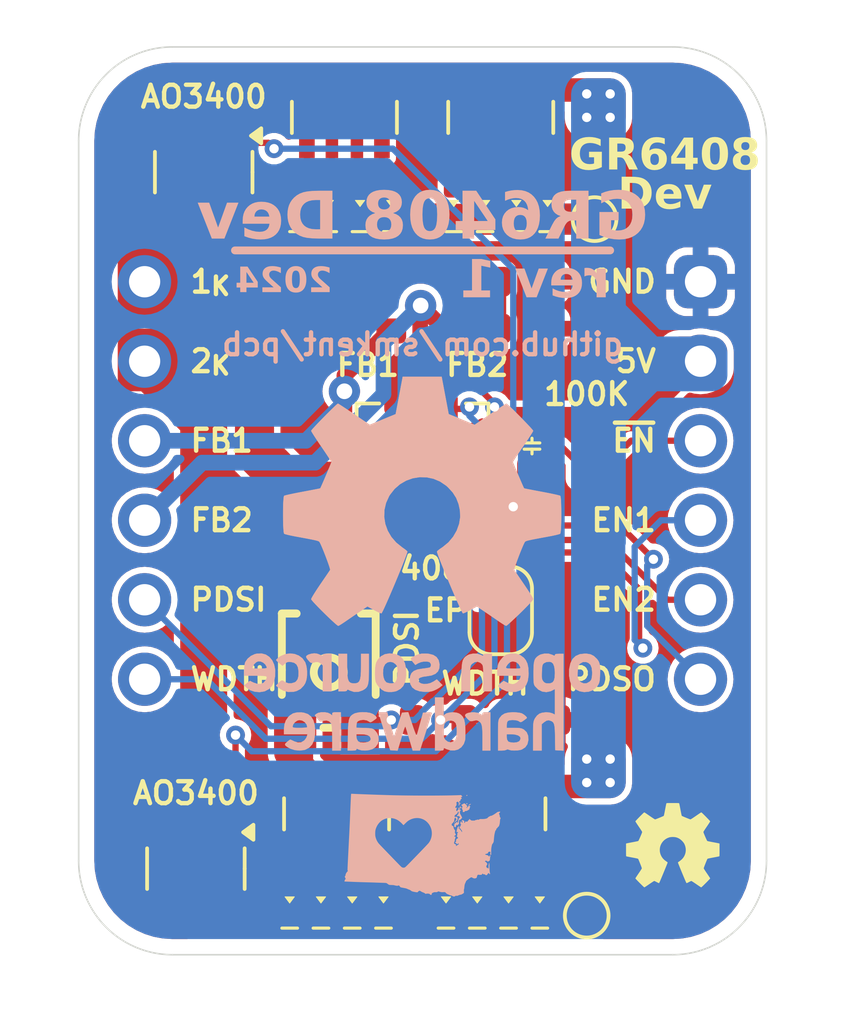
<source format=kicad_pcb>
(kicad_pcb (version 20240108) (generator "pcbnew") (generator_version "8.0")
  (layers (0 "F.Cu" signal) (31 "B.Cu" signal) (34 "B.Paste" user) (35 "F.Paste" user) (36 "B.SilkS" user "B.Silkscreen") (37 "F.SilkS" user "F.Silkscreen") (38 "B.Mask" user) (39 "F.Mask" user) (44 "Edge.Cuts" user))
  (net 0 "")
  (net 1 "+5V")
  (net 2 "GND")
  (net 3 "EN2")
  (net 4 "PDSO")
  (net 5 "EN1")
  (net 6 "ONBOARD_LED_EN")
  (net 7 "FB2")
  (net 8 "FB1")
  (net 9 "LED2_K")
  (net 10 "WIDTH")
  (net 11 "PDSI")
  (net 12 "LED1_K")
  (net 13 "Net-(JP1-B)")
  (net 14 "Net-(LED1-A)")
  (net 15 "Net-(LED2-A)")
  (net 16 "Net-(LED3-A)")
  (net 17 "Net-(LED4-A)")
  (net 18 "Net-(LED5-A)")
  (net 19 "Net-(LED6-A)")
  (net 20 "Net-(LED7-A)")
  (net 21 "Net-(LED8-A)")
  (net 22 "Net-(LED9-A)")
  (net 23 "Net-(LED10-A)")
  (net 24 "Net-(LED11-A)")
  (net 25 "Net-(LED12-A)")
  (net 26 "Net-(LED13-A)")
  (net 27 "Net-(LED14-A)")
  (net 28 "Net-(LED15-A)")
  (net 29 "Net-(LED16-A)")
  (net 30 "Net-(R1-Pad2)")
  (net 31 "Net-(R4-Pad2)")
  (net 38 "/LED1_K_PRE")
  (net 39 "/LED2_K_PRE")
  (footprint "custom:R_0603_1608Metric_simple" (layer "F.Cu") (at 125.25 65.25 -90)
    (property "Reference" "R7" (hide yes))
    (property "Value" "100K")
    (pad "1" smd roundrect (at -0.825 0 270) (size 0.8 0.95) (layers "F.Cu" "F.Paste" "F.Mask") (net 1 "+5V"))
    (pad "2" smd roundrect (at 0.825 0 270) (size 0.8 0.95) (layers "F.Cu" "F.Paste" "F.Mask") (net 6 "ONBOARD_LED_EN"))
  )
  (footprint "Resistor_SMD:R_Array_Convex_4x0603" (layer "F.Cu") (at 122.25 77 90)
    (property "Reference" "RN4" (hide yes))
    (property "Value" "1K")
    (pad "1" smd rect (at -0.9 -1.2 90) (size 0.8 0.5) (layers "F.Cu" "F.Paste" "F.Mask") (net 26 "Net-(LED13-A)"))
    (pad "2" smd rect (at -0.9 -0.4 90) (size 0.8 0.4) (layers "F.Cu" "F.Paste" "F.Mask") (net 27 "Net-(LED14-A)"))
    (pad "3" smd rect (at -0.9 0.4 90) (size 0.8 0.4) (layers "F.Cu" "F.Paste" "F.Mask") (net 28 "Net-(LED15-A)"))
    (pad "4" smd rect (at -0.9 1.2 90) (size 0.8 0.5) (layers "F.Cu" "F.Paste" "F.Mask") (net 29 "Net-(LED16-A)"))
    (pad "5" smd rect (at 0.9 1.2 90) (size 0.8 0.5) (layers "F.Cu" "F.Paste" "F.Mask") (net 1 "+5V"))
    (pad "6" smd rect (at 0.9 0.4 90) (size 0.8 0.4) (layers "F.Cu" "F.Paste" "F.Mask") (net 1 "+5V"))
    (pad "7" smd rect (at 0.9 -0.4 90) (size 0.8 0.4) (layers "F.Cu" "F.Paste" "F.Mask") (net 1 "+5V"))
    (pad "8" smd rect (at 0.9 -1.2 90) (size 0.8 0.5) (layers "F.Cu" "F.Paste" "F.Mask") (net 1 "+5V"))
  )
  (footprint "Resistor_SMD:R_Array_Convex_4x0603" (layer "F.Cu") (at 122.5 54.75 90)
    (property "Reference" "RN2" (hide yes))
    (property "Value" "1K")
    (pad "1" smd rect (at -0.9 -1.2 90) (size 0.8 0.5) (layers "F.Cu" "F.Paste" "F.Mask") (net 18 "Net-(LED5-A)"))
    (pad "2" smd rect (at -0.9 -0.4 90) (size 0.8 0.4) (layers "F.Cu" "F.Paste" "F.Mask") (net 19 "Net-(LED6-A)"))
    (pad "3" smd rect (at -0.9 0.4 90) (size 0.8 0.4) (layers "F.Cu" "F.Paste" "F.Mask") (net 20 "Net-(LED7-A)"))
    (pad "4" smd rect (at -0.9 1.2 90) (size 0.8 0.5) (layers "F.Cu" "F.Paste" "F.Mask") (net 21 "Net-(LED8-A)"))
    (pad "5" smd rect (at 0.9 1.2 90) (size 0.8 0.5) (layers "F.Cu" "F.Paste" "F.Mask") (net 1 "+5V"))
    (pad "6" smd rect (at 0.9 0.4 90) (size 0.8 0.4) (layers "F.Cu" "F.Paste" "F.Mask") (net 1 "+5V"))
    (pad "7" smd rect (at 0.9 -0.4 90) (size 0.8 0.4) (layers "F.Cu" "F.Paste" "F.Mask") (net 1 "+5V"))
    (pad "8" smd rect (at 0.9 -1.2 90) (size 0.8 0.5) (layers "F.Cu" "F.Paste" "F.Mask") (net 1 "+5V"))
  )
  (footprint "lcsc:RES-ADJ-SMD_VG039NCH" (layer "F.Cu") (at 117 72.5 -90)
    (property "Reference" "RV1" (hide yes))
    (property "Value" "500K")
    (pad "1" smd rect (at 1.65 1) (size 1.2 1.5) (layers "F.Cu" "F.Paste" "F.Mask") (net 1 "+5V"))
    (pad "2" smd rect (at -1.65 0) (size 1.6 1.6) (layers "F.Cu" "F.Paste" "F.Mask"))
    (pad "3" smd rect (at 1.65 -1) (size 1.2 1.5) (layers "F.Cu" "F.Paste" "F.Mask") (net 11 "PDSI"))
  )
  (footprint "custom:R_0603_1608Metric_simple" (layer "F.Cu") (at 116.75 60 180)
    (property "Reference" "R3" (hide yes))
    (property "Value" "1R")
    (pad "1" smd roundrect (at -0.825 0 180) (size 0.8 0.95) (layers "F.Cu" "F.Paste" "F.Mask") (net 30 "Net-(R1-Pad2)"))
    (pad "2" smd roundrect (at 0.825 0 180) (size 0.8 0.95) (layers "F.Cu" "F.Paste" "F.Mask") (net 2 "GND"))
  )
  (footprint "custom:R_0603_1608Metric_simple" (layer "F.Cu") (at 123.25 60)
    (property "Reference" "R6" (hide yes))
    (property "Value" "1R")
    (pad "1" smd roundrect (at -0.825 0) (size 0.8 0.95) (layers "F.Cu" "F.Paste" "F.Mask") (net 31 "Net-(R4-Pad2)"))
    (pad "2" smd roundrect (at 0.825 0) (size 0.8 0.95) (layers "F.Cu" "F.Paste" "F.Mask") (net 2 "GND"))
  )
  (footprint "custom:LED_0402_1005Metric" (layer "F.Cu") (at 116 57.5 90)
    (property "Reference" "LED1" (hide yes))
    (property "Value" "LED_Small")
    (pad "1" smd roundrect (at -0.485 0 90) (size 0.59 0.64) (layers "F.Cu" "F.Paste" "F.Mask") (net 38 "/LED1_K_PRE"))
    (pad "2" smd roundrect (at 0.485 0 90) (size 0.59 0.64) (layers "F.Cu" "F.Paste" "F.Mask") (net 14 "Net-(LED1-A)"))
  )
  (footprint "Package_TO_SOT_SMD:SOT-23" (layer "F.Cu") (at 113 56.5 -90)
    (property "Reference" "Q1" (hide yes))
    (property "Value" "AO3400A")
    (pad "1" smd roundrect (at -0.9375 -0.95 270) (size 1.475 0.6) (layers "F.Cu" "F.Paste" "F.Mask") (net 6 "ONBOARD_LED_EN"))
    (pad "2" smd roundrect (at -0.9375 0.95 270) (size 1.475 0.6) (layers "F.Cu" "F.Paste" "F.Mask") (net 12 "LED1_K"))
    (pad "3" smd roundrect (at 0.9375 0 270) (size 1.475 0.6) (layers "F.Cu" "F.Paste" "F.Mask") (net 38 "/LED1_K_PRE"))
  )
  (footprint "custom:LED_0402_1005Metric" (layer "F.Cu") (at 123.75 79.75 90)
    (property "Reference" "LED16" (hide yes))
    (property "Value" "LED_Small")
    (pad "1" smd roundrect (at -0.485 0 90) (size 0.59 0.64) (layers "F.Cu" "F.Paste" "F.Mask") (net 39 "/LED2_K_PRE"))
    (pad "2" smd roundrect (at 0.485 0 90) (size 0.59 0.64) (layers "F.Cu" "F.Paste" "F.Mask") (net 29 "Net-(LED16-A)"))
  )
  (footprint "TestPoint:TestPoint_Pad_D1.0mm" (layer "F.Cu") (at 125.5 58)
    (property "Reference" "TP1" (hide yes))
    (property "Value" "TestPoint")
    (pad "1" smd circle (at 0 0) (size 1 1) (layers "F.Cu" "F.Mask") (net 38 "/LED1_K_PRE"))
  )
  (footprint "custom:LED_0402_1005Metric" (layer "F.Cu") (at 116.75 79.75 90)
    (property "Reference" "LED10" (hide yes))
    (property "Value" "LED_Small")
    (pad "1" smd roundrect (at -0.485 0 90) (size 0.59 0.64) (layers "F.Cu" "F.Paste" "F.Mask") (net 39 "/LED2_K_PRE"))
    (pad "2" smd roundrect (at 0.485 0 90) (size 0.59 0.64) (layers "F.Cu" "F.Paste" "F.Mask") (net 23 "Net-(LED10-A)"))
  )
  (footprint "custom:R_0603_1608Metric_simple" (layer "F.Cu") (at 123.5 74)
    (property "Reference" "R9" (hide yes))
    (property "Value" "510K")
    (pad "1" smd roundrect (at -0.825 0) (size 0.8 0.95) (layers "F.Cu" "F.Paste" "F.Mask") (net 10 "WIDTH"))
    (pad "2" smd roundrect (at 0.825 0) (size 0.8 0.95) (layers "F.Cu" "F.Paste" "F.Mask") (net 2 "GND"))
  )
  (footprint "custom:LED_0402_1005Metric" (layer "F.Cu") (at 120.75 79.75 90)
    (property "Reference" "LED13" (hide yes))
    (property "Value" "LED_Small")
    (pad "1" smd roundrect (at -0.485 0 90) (size 0.59 0.64) (layers "F.Cu" "F.Paste" "F.Mask") (net 39 "/LED2_K_PRE"))
    (pad "2" smd roundrect (at 0.485 0 90) (size 0.59 0.64) (layers "F.Cu" "F.Paste" "F.Mask") (net 26 "Net-(LED13-A)"))
  )
  (footprint "custom:LED_0402_1005Metric" (layer "F.Cu") (at 124 57.5 90)
    (property "Reference" "LED8" (hide yes))
    (property "Value" "LED_Small")
    (pad "1" smd roundrect (at -0.485 0 90) (size 0.59 0.64) (layers "F.Cu" "F.Paste" "F.Mask") (net 38 "/LED1_K_PRE"))
    (pad "2" smd roundrect (at 0.485 0 90) (size 0.59 0.64) (layers "F.Cu" "F.Paste" "F.Mask") (net 21 "Net-(LED8-A)"))
  )
  (footprint "custom:R_0603_1608Metric_simple" (layer "F.Cu") (at 116.75 61.5 180)
    (property "Reference" "R2" (hide yes))
    (property "Value" "1R")
    (pad "1" smd roundrect (at -0.825 0 180) (size 0.8 0.95) (layers "F.Cu" "F.Paste" "F.Mask") (net 30 "Net-(R1-Pad2)"))
    (pad "2" smd roundrect (at 0.825 0 180) (size 0.8 0.95) (layers "F.Cu" "F.Paste" "F.Mask") (net 2 "GND"))
  )
  (footprint "custom:R_0603_1608Metric_simple" (layer "F.Cu") (at 119 60.75 90)
    (property "Reference" "R1" (hide yes))
    (property "Value" "1R")
    (pad "1" smd roundrect (at -0.825 0 90) (size 0.8 0.95) (layers "F.Cu" "F.Paste" "F.Mask") (net 8 "FB1"))
    (pad "2" smd roundrect (at 0.825 0 90) (size 0.8 0.95) (layers "F.Cu" "F.Paste" "F.Mask") (net 30 "Net-(R1-Pad2)"))
  )
  (footprint "custom:R_0603_1608Metric_simple" (layer "F.Cu") (at 120.5 74)
    (property "Reference" "R8" (hide yes))
    (property "Value" "2M")
    (pad "1" smd roundrect (at -0.825 0) (size 0.8 0.95) (layers "F.Cu" "F.Paste" "F.Mask") (net 11 "PDSI"))
    (pad "2" smd roundrect (at 0.825 0) (size 0.8 0.95) (layers "F.Cu" "F.Paste" "F.Mask") (net 10 "WIDTH"))
  )
  (footprint "custom:LED_0402_1005Metric" (layer "F.Cu") (at 118.75 79.75 90)
    (property "Reference" "LED12" (hide yes))
    (property "Value" "LED_Small")
    (pad "1" smd roundrect (at -0.485 0 90) (size 0.59 0.64) (layers "F.Cu" "F.Paste" "F.Mask") (net 39 "/LED2_K_PRE"))
    (pad "2" smd roundrect (at 0.485 0 90) (size 0.59 0.64) (layers "F.Cu" "F.Paste" "F.Mask") (net 25 "Net-(LED12-A)"))
  )
  (footprint "TestPoint:TestPoint_Pad_D1.0mm" (layer "F.Cu") (at 125.25 80.25)
    (property "Reference" "TP2" (hide yes))
    (property "Value" "TestPoint")
    (pad "1" smd circle (at 0 0) (size 1 1) (layers "F.Cu" "F.Mask") (net 39 "/LED2_K_PRE"))
  )
  (footprint "custom:LED_0402_1005Metric" (layer "F.Cu") (at 117.75 79.75 90)
    (property "Reference" "LED11" (hide yes))
    (property "Value" "LED_Small")
    (pad "1" smd roundrect (at -0.485 0 90) (size 0.59 0.64) (layers "F.Cu" "F.Paste" "F.Mask") (net 39 "/LED2_K_PRE"))
    (pad "2" smd roundrect (at 0.485 0 90) (size 0.59 0.64) (layers "F.Cu" "F.Paste" "F.Mask") (net 24 "Net-(LED11-A)"))
  )
  (footprint "custom:LED_0402_1005Metric" (layer "F.Cu") (at 121.75 79.75 90)
    (property "Reference" "LED14" (hide yes))
    (property "Value" "LED_Small")
    (pad "1" smd roundrect (at -0.485 0 90) (size 0.59 0.64) (layers "F.Cu" "F.Paste" "F.Mask") (net 39 "/LED2_K_PRE"))
    (pad "2" smd roundrect (at 0.485 0 90) (size 0.59 0.64) (layers "F.Cu" "F.Paste" "F.Mask") (net 27 "Net-(LED14-A)"))
  )
  (footprint "custom:C_0603_1608Metric" (layer "F.Cu") (at 123.5 65.25 -90)
    (property "Reference" "C1" (hide yes))
    (property "Value" "10u")
    (pad "1" smd roundrect (at -0.775 0 270) (size 0.9 0.95) (layers "F.Cu" "F.Paste" "F.Mask") (net 1 "+5V"))
    (pad "2" smd roundrect (at 0.775 0 270) (size 0.9 0.95) (layers "F.Cu" "F.Paste" "F.Mask") (net 2 "GND"))
  )
  (footprint "custom:LED_0402_1005Metric" (layer "F.Cu") (at 121 57.5 90)
    (property "Reference" "LED5" (hide yes))
    (property "Value" "LED_Small")
    (pad "1" smd roundrect (at -0.485 0 90) (size 0.59 0.64) (layers "F.Cu" "F.Paste" "F.Mask") (net 38 "/LED1_K_PRE"))
    (pad "2" smd roundrect (at 0.485 0 90) (size 0.59 0.64) (layers "F.Cu" "F.Paste" "F.Mask") (net 18 "Net-(LED5-A)"))
  )
  (footprint "custom:R_0603_1608Metric_simple" (layer "F.Cu") (at 123.25 61.5)
    (property "Reference" "R5" (hide yes))
    (property "Value" "1R")
    (pad "1" smd roundrect (at -0.825 0) (size 0.8 0.95) (layers "F.Cu" "F.Paste" "F.Mask") (net 31 "Net-(R4-Pad2)"))
    (pad "2" smd roundrect (at 0.825 0) (size 0.8 0.95) (layers "F.Cu" "F.Paste" "F.Mask") (net 2 "GND"))
  )
  (footprint "Package_TO_SOT_SMD:SOT-23" (layer "F.Cu") (at 112.75 78.75 -90)
    (property "Reference" "Q2" (hide yes))
    (property "Value" "AO3400A")
    (pad "1" smd roundrect (at -0.9375 -0.95 270) (size 1.475 0.6) (layers "F.Cu" "F.Paste" "F.Mask") (net 6 "ONBOARD_LED_EN"))
    (pad "2" smd roundrect (at -0.9375 0.95 270) (size 1.475 0.6) (layers "F.Cu" "F.Paste" "F.Mask") (net 9 "LED2_K"))
    (pad "3" smd roundrect (at 0.9375 0 270) (size 1.475 0.6) (layers "F.Cu" "F.Paste" "F.Mask") (net 39 "/LED2_K_PRE"))
  )
  (footprint "custom:LED_0402_1005Metric" (layer "F.Cu") (at 122 57.5 90)
    (property "Reference" "LED6" (hide yes))
    (property "Value" "LED_Small")
    (pad "1" smd roundrect (at -0.485 0 90) (size 0.59 0.64) (layers "F.Cu" "F.Paste" "F.Mask") (net 38 "/LED1_K_PRE"))
    (pad "2" smd roundrect (at 0.485 0 90) (size 0.59 0.64) (layers "F.Cu" "F.Paste" "F.Mask") (net 19 "Net-(LED6-A)"))
  )
  (footprint "custom:LED_0402_1005Metric" (layer "F.Cu") (at 118 57.5 90)
    (property "Reference" "LED3" (hide yes))
    (property "Value" "LED_Small")
    (pad "1" smd roundrect (at -0.485 0 90) (size 0.59 0.64) (layers "F.Cu" "F.Paste" "F.Mask") (net 38 "/LED1_K_PRE"))
    (pad "2" smd roundrect (at 0.485 0 90) (size 0.59 0.64) (layers "F.Cu" "F.Paste" "F.Mask") (net 16 "Net-(LED3-A)"))
  )
  (footprint "custom:LED_0402_1005Metric" (layer "F.Cu") (at 122.75 79.75 90)
    (property "Reference" "LED15" (hide yes))
    (property "Value" "LED_Small")
    (pad "1" smd roundrect (at -0.485 0 90) (size 0.59 0.64) (layers "F.Cu" "F.Paste" "F.Mask") (net 39 "/LED2_K_PRE"))
    (pad "2" smd roundrect (at 0.485 0 90) (size 0.59 0.64) (layers "F.Cu" "F.Paste" "F.Mask") (net 28 "Net-(LED15-A)"))
  )
  (footprint "Jumper:SolderJumper-2_P1.3mm_Open_RoundedPad1.0x1.5mm" (layer "F.Cu") (at 122.5 70.5 90)
    (property "Reference" "JP1" (hide yes))
    (property "Value" "SolderJumper_2_Open")
    (pad "1" smd custom (at -0.65 0 90) (size 1 0.5) (layers "F.Cu" "F.Mask") (net 2 "GND") (options (clearance outline) (anchor rect)) (primitives (gr_circle (center 0 0.25) (end 0.5 0.25) (width 0) (fill yes)) (gr_circle (center 0 -0.25) (end 0.5 -0.25) (width 0) (fill yes)) (gr_poly (pts (xy 0.5 0.75) (xy 0 0.75) (xy 0 -0.75) (xy 0.5 -0.75)) (width 0) (fill yes))))
    (pad "2" smd custom (at 0.65 0 90) (size 1 0.5) (layers "F.Cu" "F.Mask") (net 13 "Net-(JP1-B)") (options (clearance outline) (anchor rect)) (primitives (gr_circle (center 0 0.25) (end 0.5 0.25) (width 0) (fill yes)) (gr_circle (center 0 -0.25) (end 0.5 -0.25) (width 0) (fill yes)) (gr_poly (pts (xy 0 0.75) (xy -0.5 0.75) (xy -0.5 -0.75) (xy 0 -0.75)) (width 0) (fill yes))))
  )
  (footprint "graphics:oshw-logo-3mm" (layer "F.Cu") (at 128 78)
    (property "Reference" "G***" (hide yes))
    (property "Value" "LOGO" (hide yes))
  )
  (footprint "custom:LED_0402_1005Metric" (layer "F.Cu") (at 119 57.5 90)
    (property "Reference" "LED4" (hide yes))
    (property "Value" "LED_Small")
    (pad "1" smd roundrect (at -0.485 0 90) (size 0.59 0.64) (layers "F.Cu" "F.Paste" "F.Mask") (net 38 "/LED1_K_PRE"))
    (pad "2" smd roundrect (at 0.485 0 90) (size 0.59 0.64) (layers "F.Cu" "F.Paste" "F.Mask") (net 17 "Net-(LED4-A)"))
  )
  (footprint "custom:R_0603_1608Metric_simple" (layer "F.Cu") (at 121 60.75 90)
    (property "Reference" "R4" (hide yes))
    (property "Value" "1R")
    (pad "1" smd roundrect (at -0.825 0 90) (size 0.8 0.95) (layers "F.Cu" "F.Paste" "F.Mask") (net 7 "FB2"))
    (pad "2" smd roundrect (at 0.825 0 90) (size 0.8 0.95) (layers "F.Cu" "F.Paste" "F.Mask") (net 31 "Net-(R4-Pad2)"))
  )
  (footprint "custom:LED_0402_1005Metric" (layer "F.Cu") (at 115.75 79.75 90)
    (property "Reference" "LED9" (hide yes))
    (property "Value" "LED_Small")
    (pad "1" smd roundrect (at -0.485 0 90) (size 0.59 0.64) (layers "F.Cu" "F.Paste" "F.Mask") (net 39 "/LED2_K_PRE"))
    (pad "2" smd roundrect (at 0.485 0 90) (size 0.59 0.64) (layers "F.Cu" "F.Paste" "F.Mask") (net 22 "Net-(LED9-A)"))
  )
  (footprint "Package_DFN_QFN:QFN-16-1EP_4x4mm_P0.65mm_EP2.5x2.5mm" (layer "F.Cu") (at 120 66 180)
    (property "Reference" "U1" (hide yes))
    (property "Value" "GR6408")
    (pad "1" smd roundrect (at -1.9375 -0.975 180) (size 0.825 0.3) (layers "F.Cu" "F.Paste" "F.Mask"))
    (pad "2" smd roundrect (at -1.9375 -0.325 180) (size 0.825 0.3) (layers "F.Cu" "F.Paste" "F.Mask"))
    (pad "3" smd roundrect (at -1.9375 0.325 180) (size 0.825 0.3) (layers "F.Cu" "F.Paste" "F.Mask"))
    (pad "4" smd roundrect (at -1.9375 0.975 180) (size 0.825 0.3) (layers "F.Cu" "F.Paste" "F.Mask") (net 1 "+5V"))
    (pad "5" smd roundrect (at -0.975 1.9375 180) (size 0.3 0.825) (layers "F.Cu" "F.Paste" "F.Mask") (net 11 "PDSI"))
    (pad "6" smd roundrect (at -0.325 1.9375 180) (size 0.3 0.825) (layers "F.Cu" "F.Paste" "F.Mask") (net 10 "WIDTH"))
    (pad "7" smd roundrect (at 0.325 1.9375 180) (size 0.3 0.825) (layers "F.Cu" "F.Paste" "F.Mask") (net 2 "GND"))
    (pad "8" smd roundrect (at 0.975 1.9375 180) (size 0.3 0.825) (layers "F.Cu" "F.Paste" "F.Mask") (net 7 "FB2"))
    (pad "9" smd roundrect (at 1.9375 0.975 180) (size 0.825 0.3) (layers "F.Cu" "F.Paste" "F.Mask") (net 8 "FB1"))
    (pad "10" smd roundrect (at 1.9375 0.325 180) (size 0.825 0.3) (layers "F.Cu" "F.Paste" "F.Mask"))
    (pad "11" smd roundrect (at 1.9375 -0.325 180) (size 0.825 0.3) (layers "F.Cu" "F.Paste" "F.Mask") (net 12 "LED1_K"))
    (pad "12" smd roundrect (at 1.9375 -0.975 180) (size 0.825 0.3) (layers "F.Cu" "F.Paste" "F.Mask") (net 9 "LED2_K"))
    (pad "13" smd roundrect (at 0.975 -1.9375 180) (size 0.3 0.825) (layers "F.Cu" "F.Paste" "F.Mask"))
    (pad "14" smd roundrect (at 0.325 -1.9375 180) (size 0.3 0.825) (layers "F.Cu" "F.Paste" "F.Mask") (net 5 "EN1"))
    (pad "15" smd roundrect (at -0.325 -1.9375 180) (size 0.3 0.825) (layers "F.Cu" "F.Paste" "F.Mask") (net 3 "EN2"))
    (pad "16" smd roundrect (at -0.975 -1.9375 180) (size 0.3 0.825) (layers "F.Cu" "F.Paste" "F.Mask") (net 4 "PDSO"))
    (pad "17" smd rect (at 0 0 180) (size 2.5 2.5) (property pad_prop_heatsink) (layers "F.Cu" "F.Mask") (net 13 "Net-(JP1-B)"))
  )
  (footprint "custom:LED_0402_1005Metric" (layer "F.Cu") (at 123 57.5 90)
    (property "Reference" "LED7" (hide yes))
    (property "Value" "LED_Small")
    (pad "1" smd roundrect (at -0.485 0 90) (size 0.59 0.64) (layers "F.Cu" "F.Paste" "F.Mask") (net 38 "/LED1_K_PRE"))
    (pad "2" smd roundrect (at 0.485 0 90) (size 0.59 0.64) (layers "F.Cu" "F.Paste" "F.Mask") (net 20 "Net-(LED7-A)"))
  )
  (footprint "Resistor_SMD:R_Array_Convex_4x0603" (layer "F.Cu") (at 117.5 54.75 90)
    (property "Reference" "RN1" (hide yes))
    (property "Value" "1K")
    (pad "1" smd rect (at -0.9 -1.2 90) (size 0.8 0.5) (layers "F.Cu" "F.Paste" "F.Mask") (net 14 "Net-(LED1-A)"))
    (pad "2" smd rect (at -0.9 -0.4 90) (size 0.8 0.4) (layers "F.Cu" "F.Paste" "F.Mask") (net 15 "Net-(LED2-A)"))
    (pad "3" smd rect (at -0.9 0.4 90) (size 0.8 0.4) (layers "F.Cu" "F.Paste" "F.Mask") (net 16 "Net-(LED3-A)"))
    (pad "4" smd rect (at -0.9 1.2 90) (size 0.8 0.5) (layers "F.Cu" "F.Paste" "F.Mask") (net 17 "Net-(LED4-A)"))
    (pad "5" smd rect (at 0.9 1.2 90) (size 0.8 0.5) (layers "F.Cu" "F.Paste" "F.Mask") (net 1 "+5V"))
    (pad "6" smd rect (at 0.9 0.4 90) (size 0.8 0.4) (layers "F.Cu" "F.Paste" "F.Mask") (net 1 "+5V"))
    (pad "7" smd rect (at 0.9 -0.4 90) (size 0.8 0.4) (layers "F.Cu" "F.Paste" "F.Mask") (net 1 "+5V"))
    (pad "8" smd rect (at 0.9 -1.2 90) (size 0.8 0.5) (layers "F.Cu" "F.Paste" "F.Mask") (net 1 "+5V"))
  )
  (footprint "Resistor_SMD:R_Array_Convex_4x0603" (layer "F.Cu") (at 117.25 77 90)
    (property "Reference" "RN3" (hide yes))
    (property "Value" "1K")
    (pad "1" smd rect (at -0.9 -1.2 90) (size 0.8 0.5) (layers "F.Cu" "F.Paste" "F.Mask") (net 22 "Net-(LED9-A)"))
    (pad "2" smd rect (at -0.9 -0.4 90) (size 0.8 0.4) (layers "F.Cu" "F.Paste" "F.Mask") (net 23 "Net-(LED10-A)"))
    (pad "3" smd rect (at -0.9 0.4 90) (size 0.8 0.4) (layers "F.Cu" "F.Paste" "F.Mask") (net 24 "Net-(LED11-A)"))
    (pad "4" smd rect (at -0.9 1.2 90) (size 0.8 0.5) (layers "F.Cu" "F.Paste" "F.Mask") (net 25 "Net-(LED12-A)"))
    (pad "5" smd rect (at 0.9 1.2 90) (size 0.8 0.5) (layers "F.Cu" "F.Paste" "F.Mask") (net 1 "+5V"))
    (pad "6" smd rect (at 0.9 0.4 90) (size 0.8 0.4) (layers "F.Cu" "F.Paste" "F.Mask") (net 1 "+5V"))
    (pad "7" smd rect (at 0.9 -0.4 90) (size 0.8 0.4) (layers "F.Cu" "F.Paste" "F.Mask") (net 1 "+5V"))
    (pad "8" smd rect (at 0.9 -1.2 90) (size 0.8 0.5) (layers "F.Cu" "F.Paste" "F.Mask") (net 1 "+5V"))
  )
  (footprint "custom:LED_0402_1005Metric" (layer "F.Cu") (at 117 57.5 90)
    (property "Reference" "LED2" (hide yes))
    (property "Value" "LED_Small")
    (pad "1" smd roundrect (at -0.485 0 90) (size 0.59 0.64) (layers "F.Cu" "F.Paste" "F.Mask") (net 38 "/LED1_K_PRE"))
    (pad "2" smd roundrect (at 0.485 0 90) (size 0.59 0.64) (layers "F.Cu" "F.Paste" "F.Mask") (net 15 "Net-(LED2-A)"))
  )
  (footprint "graphics:wa-state-heart-5mm" (layer "B.Cu") (at 120 78 180)
    (property "Reference" "G***" (hide yes))
    (property "Value" "LOGO" (hide yes))
  )
  (footprint "Symbol:OSHW-Logo_11.4x12mm_SilkScreen" (layer "B.Cu") (at 120 69 180)
    (property "Reference" "REF**" (hide yes))
    (property "Value" "OSHW-Logo_11.4x12mm_SilkScreen" (hide yes))
  )
  (footprint "custom:PinHeader_1x06_P2.54mm_Vertical_simple" (layer "B.Cu") (at 111.11 60 180)
    (property "Reference" "J2" (hide yes))
    (property "Value" "Pin headers")
    (pad "1" thru_hole oval (at 0 0 180) (size 1.7 1.7) (drill 1) (layers "*.Cu" "*.Mask") (net 12 "LED1_K"))
    (pad "2" thru_hole oval (at 0 -2.54 180) (size 1.7 1.7) (drill 1) (layers "*.Cu" "*.Mask") (net 9 "LED2_K"))
    (pad "3" thru_hole oval (at 0 -5.08 180) (size 1.7 1.7) (drill 1) (layers "*.Cu" "*.Mask") (net 8 "FB1"))
    (pad "4" thru_hole oval (at 0 -7.62 180) (size 1.7 1.7) (drill 1) (layers "*.Cu" "*.Mask") (net 7 "FB2"))
    (pad "5" thru_hole oval (at 0 -10.16 180) (size 1.7 1.7) (drill 1) (layers "*.Cu" "*.Mask") (net 11 "PDSI"))
    (pad "6" thru_hole oval (at 0 -12.7 180) (size 1.7 1.7) (drill 1) (layers "*.Cu" "*.Mask") (net 10 "WIDTH"))
  )
  (footprint "custom:PinHeader_1x06_P2.54mm_Vertical_simple_pad1gnd" (layer "B.Cu") (at 128.89 60 180)
    (property "Reference" "J1" (hide yes))
    (property "Value" "Pin headers")
    (pad "1" thru_hole roundrect (at 0 0 180) (size 1.7 1.7) (drill 1) (layers "*.Cu" "*.Mask") (net 2 "GND"))
    (pad "2" thru_hole oval (at 0 -2.54 180) (size 1.7 1.7) (drill 1) (layers "*.Cu" "*.Mask") (net 1 "+5V"))
    (pad "3" thru_hole oval (at 0 -5.08 180) (size 1.7 1.7) (drill 1) (layers "*.Cu" "*.Mask") (net 6 "ONBOARD_LED_EN"))
    (pad "4" thru_hole oval (at 0 -7.62 180) (size 1.7 1.7) (drill 1) (layers "*.Cu" "*.Mask") (net 5 "EN1"))
    (pad "5" thru_hole oval (at 0 -10.16 180) (size 1.7 1.7) (drill 1) (layers "*.Cu" "*.Mask") (net 3 "EN2"))
    (pad "6" thru_hole oval (at 0 -12.7 180) (size 1.7 1.7) (drill 1) (layers "*.Cu" "*.Mask") (net 4 "PDSO"))
  )
  (gr_line (start 126 59) (end 114 59) (stroke (width 0.25)) (layer "B.SilkS"))
  (gr_arc (start 128 52.5) (mid 130.12132 53.37868) (end 131 55.5) (stroke (width 0.05)) (layer "Edge.Cuts"))
  (gr_arc (start 131 78.5) (mid 130.12132 80.62132) (end 128 81.5) (stroke (width 0.05)) (layer "Edge.Cuts"))
  (gr_line (start 131 55.5) (end 131 78.5) (stroke (width 0.05)) (layer "Edge.Cuts"))
  (gr_line (start 128 81.5) (end 112 81.5) (stroke (width 0.05)) (layer "Edge.Cuts"))
  (gr_line (start 109 78.5) (end 109 55.5) (stroke (width 0.05)) (layer "Edge.Cuts"))
  (gr_arc (start 109 55.5) (mid 109.87868 53.37868) (end 112 52.5) (stroke (width 0.05)) (layer "Edge.Cuts"))
  (gr_line (start 112 52.5) (end 128 52.5) (stroke (width 0.05)) (layer "Edge.Cuts"))
  (gr_arc (start 112 81.5) (mid 109.87868 80.62132) (end 109 78.5) (stroke (width 0.05)) (layer "Edge.Cuts"))
  (gr_text "github.com/smkent/pcb" (at 120 62 0) (layer "B.SilkS") (effects (font (size 0.7 0.7) (thickness 0.14) (bold yes)) (justify mirror)))
  (gr_text "rev 1" (at 126 60 0) (layer "B.SilkS") (effects (font (size 1.2 1.2) (thickness 0.24) (bold yes)) (justify left mirror)))
  (gr_text "GR6408 Dev" (at 120 58 0) (layer "B.SilkS") (effects (font (size 1.5 1.5) (thickness 0.3) (bold yes)) (justify mirror)))
  (gr_text "2024" (at 114 60 0) (layer "B.SilkS") (effects (font (size 0.8 0.8) (thickness 0.24) (bold yes)) (justify right mirror)))
  (gr_text "AO3400" (at 112.75 76.75 0) (layer "F.SilkS") (effects (font (size 0.7 0.7) (thickness 0.14) (bold yes)) (justify bottom)))
  (gr_text "FB1" (at 118.25 62.25 0) (layer "F.SilkS") (effects (font (size 0.7 0.7) (thickness 0.14) (bold yes)) (justify top)))
  (gr_text "2_{K}" (at 112.5 62.54 0) (layer "F.SilkS") (effects (font (size 0.7 0.7) (thickness 0.14) (bold yes)) (justify left)))
  (gr_text "PDSI" (at 119.5 73 90) (layer "F.SilkS") (effects (font (size 0.7 0.7) (thickness 0.14) (bold yes)) (justify left)))
  (gr_text "100K" (at 125.25 64 0) (layer "F.SilkS") (effects (font (size 0.7 0.7) (thickness 0.14) (bold yes)) (justify bottom)))
  (gr_text "FB2" (at 121.75 62.25 0) (layer "F.SilkS") (effects (font (size 0.7 0.7) (thickness 0.14) (bold yes)) (justify top)))
  (gr_text "EN1" (at 127.54 67.62 0) (layer "F.SilkS") (effects (font (size 0.7 0.7) (thickness 0.14) (bold yes)) (justify right)))
  (gr_text "PDSI" (at 112.5 70.16 0) (layer "F.SilkS") (effects (font (size 0.7 0.7) (thickness 0.14) (bold yes)) (justify left)))
  (gr_text "GR6408" (at 119.25 68.75 0) (layer "F.SilkS") (effects (font (size 0.7 0.7) (thickness 0.14) (bold yes)) (justify top)))
  (gr_text "1_{K}" (at 112.5 60 0) (layer "F.SilkS") (effects (font (size 0.7 0.7) (thickness 0.14) (bold yes)) (justify left)))
  (gr_text "5V" (at 127.54 62.54 0) (layer "F.SilkS") (effects (font (size 0.7 0.7) (thickness 0.14) (bold yes)) (justify right)))
  (gr_text "10u" (at 123.5 66.75 0) (layer "F.SilkS") (effects (font (size 0.7 0.7) (thickness 0.14) (bold yes)) (justify top)))
  (gr_text "FB1" (at 112.5 65.08 0) (layer "F.SilkS") (effects (font (size 0.7 0.7) (thickness 0.14) (bold yes)) (justify left)))
  (gr_text "WDTH" (at 112.5 72.7 0) (layer "F.SilkS") (effects (font (size 0.7 0.7) (thickness 0.14) (bold yes)) (justify left)))
  (gr_text "~{EN}" (at 127.54 65.08 0) (layer "F.SilkS") (effects (font (size 0.7 0.7) (thickness 0.14) (bold yes)) (justify right)))
  (gr_text "WDTH" (at 122 73.25 0) (layer "F.SilkS") (effects (font (size 0.7 0.7) (thickness 0.14) (bold yes)) (justify bottom)))
  (gr_text "PDSO" (at 127.54 72.7 0) (layer "F.SilkS") (effects (font (size 0.7 0.7) (thickness 0.14) (bold yes)) (justify right)))
  (gr_text "EN2" (at 127.54 70.16 0) (layer "F.SilkS") (effects (font (size 0.7 0.7) (thickness 0.14) (bold yes)) (justify right)))
  (gr_text "AO3400" (at 113 54.5 0) (layer "F.SilkS") (effects (font (size 0.7 0.7) (thickness 0.14) (bold yes)) (justify bottom)))
  (gr_text "FB2" (at 112.5 67.62 0) (layer "F.SilkS") (effects (font (size 0.7 0.7) (thickness 0.14) (bold yes)) (justify left)))
  (gr_text "GR6408" (at 127.75 56 0) (layer "F.SilkS") (effects (font (size 1 1) (thickness 0.25) (bold yes))))
  (gr_text "GND" (at 127.54 60 0) (layer "F.SilkS") (effects (font (size 0.7 0.7) (thickness 0.14) (bold yes)) (justify right)))
  (gr_text "EP" (at 121.5 70.5 0) (layer "F.SilkS") (effects (font (size 0.7 0.7) (thickness 0.14) (bold yes)) (justify right)))
  (gr_text "Dev" (at 127.75 57.25 0) (layer "F.SilkS") (effects (font (size 1 1) (thickness 0.25) (bold yes))))
  (via (at 125.25 54) (size 0.6) (drill 0.3) (layers "F.Cu" "B.Cu") (net 1))
  (via (at 126 54) (size 0.6) (drill 0.3) (layers "F.Cu" "B.Cu") (net 1))
  (via (at 126 75.25) (size 0.6) (drill 0.3) (layers "F.Cu" "B.Cu") (net 1))
  (via (at 126 76) (size 0.6) (drill 0.3) (layers "F.Cu" "B.Cu") (net 1))
  (via (at 125.25 75.25) (size 0.6) (drill 0.3) (layers "F.Cu" "B.Cu") (net 1))
  (via (at 125.25 54.75) (size 0.6) (drill 0.3) (layers "F.Cu" "B.Cu") (net 1))
  (via (at 125.25 76) (size 0.6) (drill 0.3) (layers "F.Cu" "B.Cu") (net 1))
  (via (at 126 54.75) (size 0.6) (drill 0.3) (layers "F.Cu" "B.Cu") (net 1))
  (segment (start 120.325 67.9375) (end 120.325 68.349999) (width 0.2) (layer "F.Cu") (net 3))
  (segment (start 125.91934 68.25) (end 127.82934 70.16) (width 0.2) (layer "F.Cu") (net 3))
  (segment (start 120.625001 68.65) (end 121.20741 68.65) (width 0.2) (layer "F.Cu") (net 3))
  (segment (start 127.82934 70.16) (end 128.89 70.16) (width 0.2) (layer "F.Cu") (net 3))
  (segment (start 120.325 68.349999) (end 120.625001 68.65) (width 0.2) (layer "F.Cu") (net 3))
  (segment (start 121.20741 68.65) (end 121.60741 68.25) (width 0.2) (layer "F.Cu") (net 3))
  (segment (start 121.60741 68.25) (end 125.91934 68.25) (width 0.2) (layer "F.Cu") (net 3))
  (segment (start 121.124999 67.787501) (end 126.305371 67.787501) (width 0.2) (layer "F.Cu") (net 4))
  (segment (start 126.305371 67.787501) (end 127.383935 68.866065) (width 0.2) (layer "F.Cu") (net 4))
  (segment (start 120.975 67.9375) (end 121.124999 67.787501) (width 0.2) (layer "F.Cu") (net 4))
  (via (at 127.383935 68.866065) (size 0.6) (drill 0.3) (layers "F.Cu" "B.Cu") (net 4))
  (segment (start 127.383935 68.866065) (end 127.183935 69.066065) (width 0.2) (layer "B.Cu") (net 4))
  (segment (start 127.183935 70.993935) (end 128.89 72.7) (width 0.2) (layer "B.Cu") (net 4))
  (segment (start 127.183935 69.066065) (end 127.183935 70.993935) (width 0.2) (layer "B.Cu") (net 4))
  (segment (start 120.375001 69.05) (end 121.373096 69.05) (width 0.2) (layer "F.Cu") (net 5))
  (segment (start 126.801827 69.698173) (end 126.926827 69.823173) (width 0.2) (layer "F.Cu") (net 5))
  (segment (start 119.675 67.9375) (end 119.675 68.349999) (width 0.2) (layer "F.Cu") (net 5))
  (segment (start 125.753654 68.65) (end 126.801827 69.698173) (width 0.2) (layer "F.Cu") (net 5))
  (segment (start 119.675 68.349999) (end 120.375001 69.05) (width 0.2) (layer "F.Cu") (net 5))
  (segment (start 121.773096 68.65) (end 125.753654 68.65) (width 0.2) (layer "F.Cu") (net 5))
  (segment (start 121.373096 69.05) (end 121.773096 68.65) (width 0.2) (layer "F.Cu") (net 5))
  (segment (start 126.926827 71.585357) (end 127.045735 71.704265) (width 0.2) (layer "F.Cu") (net 5))
  (segment (start 126.926827 69.823173) (end 126.926827 71.585357) (width 0.2) (layer "F.Cu") (net 5))
  (via (at 127.045735 71.704265) (size 0.6) (drill 0.3) (layers "F.Cu" "B.Cu") (net 5))
  (segment (start 126.783935 71.442465) (end 126.783935 68.466065) (width 0.2) (layer "B.Cu") (net 5))
  (segment (start 127.045735 71.704265) (end 126.783935 71.442465) (width 0.2) (layer "B.Cu") (net 5))
  (segment (start 126.783935 68.466065) (end 127.63 67.62) (width 0.2) (layer "B.Cu") (net 5))
  (segment (start 127.63 67.62) (end 128.89 67.62) (width 0.2) (layer "B.Cu") (net 5))
  (segment (start 114.017892 76.363358) (end 113.7 76.68125) (width 0.2) (layer "F.Cu") (net 6))
  (segment (start 122.725 67.012498) (end 122.725 65.576304) (width 0.2) (layer "F.Cu") (net 6))
  (segment (start 113.7 76.68125) (end 113.7 77.8125) (width 0.2) (layer "F.Cu") (net 6))
  (segment (start 126.67 65.08) (end 128.89 65.08) (width 0.2) (layer "F.Cu") (net 6))
  (segment (start 122.900003 67.187501) (end 122.725 67.012498) (width 0.2) (layer "F.Cu") (net 6))
  (segment (start 124.425 65.25) (end 125.25 66.075) (width 0.2) (layer "F.Cu") (net 6))
  (segment (start 122.725 65.576304) (end 123.051304 65.25) (width 0.2) (layer "F.Cu") (net 6))
  (segment (start 125.675 66.075) (end 126.67 65.08) (width 0.2) (layer "F.Cu") (net 6))
  (segment (start 114.017892 74.482108) (end 114.017892 76.363358) (width 0.2) (layer "F.Cu") (net 6))
  (segment (start 113.95 55.5625) (end 115.0625 55.5625) (width 0.2) (layer "F.Cu") (net 6))
  (segment (start 123.051304 65.25) (end 124.425 65.25) (width 0.2) (layer "F.Cu") (net 6))
  (segment (start 125.25 66.075) (end 125.675 66.075) (width 0.2) (layer "F.Cu") (net 6))
  (segment (start 115.0625 55.5625) (end 115.25 55.75) (width 0.2) (layer "F.Cu") (net 6))
  (via (at 122.900003 67.187501) (size 0.6) (drill 0.3) (layers "F.Cu" "B.Cu") (net 6))
  (via (at 114.017892 74.482108) (size 0.6) (drill 0.3) (layers "F.Cu" "B.Cu") (net 6))
  (via (at 115.25 55.75) (size 0.6) (drill 0.3) (layers "F.Cu" "B.Cu") (net 6))
  (segment (start 122.700003 72.723526) (end 120.423529 75) (width 0.2) (layer "B.Cu") (net 6))
  (segment (start 122.75 64.398532) (end 122.75 67.037498) (width 0.2) (layer "B.Cu") (net 6))
  (segment (start 122.900003 64.248529) (end 122.75 64.398532) (width 0.2) (layer "B.Cu") (net 6))
  (segment (start 122.75 67.037498) (end 122.900003 67.187501) (width 0.2) (layer "B.Cu") (net 6))
  (segment (start 119.050006 55.75) (end 122.900003 59.599997) (width 0.2) (layer "B.Cu") (net 6))
  (segment (start 114.535784 75) (end 114.017892 74.482108) (width 0.2) (layer "B.Cu") (net 6))
  (segment (start 122.900003 59.599997) (end 122.900003 64.248529) (width 0.2) (layer "B.Cu") (net 6))
  (segment (start 122.900003 67.187501) (end 122.700003 67.387501) (width 0.2) (layer "B.Cu") (net 6))
  (segment (start 120.423529 75) (end 114.535784 75) (width 0.2) (layer "B.Cu") (net 6))
  (segment (start 122.700003 67.387501) (end 122.700003 72.723526) (width 0.2) (layer "B.Cu") (net 6))
  (segment (start 115.25 55.75) (end 119.050006 55.75) (width 0.2) (layer "B.Cu") (net 6))
  (segment (start 119.025 62.725) (end 119.025 64.0625) (width 0.5) (layer "F.Cu") (net 7))
  (segment (start 119.54978 62.425) (end 119.325 62.425) (width 0.5) (layer "F.Cu") (net 7))
  (segment (start 119.325 62.425) (end 119.025 62.725) (width 0.5) (layer "F.Cu") (net 7))
  (segment (start 119.76222 60.937441) (end 119.925 61.10022) (width 0.5) (layer "F.Cu") (net 7))
  (segment (start 119.925 61.10022) (end 119.925 62.04978) (width 0.5) (layer "F.Cu") (net 7))
  (segment (start 120.752089 61.575) (end 121 61.575) (width 0.5) (layer "F.Cu") (net 7))
  (segment (start 119.938375 60.761286) (end 120.752089 61.575) (width 0.5) (layer "F.Cu") (net 7))
  (segment (start 119.925 62.04978) (end 119.54978 62.425) (width 0.5) (layer "F.Cu") (net 7))
  (segment (start 119.938375 60.761286) (end 119.76222 60.937441) (width 0.5) (layer "F.Cu") (net 7))
  (via (at 119.938375 60.761286) (size 1) (drill 0.5) (layers "F.Cu" "B.Cu") (net 7))
  (segment (start 112.95 65.78) (end 111.11 67.62) (width 0.5) (layer "B.Cu") (net 7))
  (segment (start 118.75 63.593503) (end 116.563503 65.78) (width 0.5) (layer "B.Cu") (net 7))
  (segment (start 116.563503 65.78) (end 112.95 65.78) (width 0.5) (layer "B.Cu") (net 7))
  (segment (start 119.938375 60.761286) (end 118.75 61.949661) (width 0.5) (layer "B.Cu") (net 7))
  (segment (start 118.75 61.949661) (end 118.75 63.593503) (width 0.5) (layer "B.Cu") (net 7))
  (segment (start 118.925 61.575) (end 117.5 63) (width 0.5) (layer "F.Cu") (net 8))
  (segment (start 117.5 64.4625) (end 118.0625 65.025) (width 0.5) (layer "F.Cu") (net 8))
  (segment (start 119 61.575) (end 118.925 61.575) (width 0.5) (layer "F.Cu") (net 8))
  (segment (start 117.5 63) (end 117.5 64.4625) (width 0.5) (layer "F.Cu") (net 8))
  (via (at 117.5 63.5) (size 1) (drill 0.5) (layers "F.Cu" "B.Cu") (net 8))
  (segment (start 117.5 63.5) (end 117.5 63.853553) (width 0.5) (layer "B.Cu") (net 8))
  (segment (start 117.5 63.853553) (end 116.273553 65.08) (width 0.5) (layer "B.Cu") (net 8))
  (segment (start 116.273553 65.08) (end 111.11 65.08) (width 0.5) (layer "B.Cu") (net 8))
  (segment (start 122.300003 63.900003) (end 122.300003 64) (width 0.2) (layer "F.Cu") (net 10))
  (segment (start 121.325 74) (end 122.675 74) (width 0.2) (layer "F.Cu") (net 10))
  (segment (start 120.74259 63.35) (end 121.75 63.35) (width 0.2) (layer "F.Cu") (net 10))
  (segment (start 121.75 63.35) (end 122.300003 63.900003) (width 0.2) (layer "F.Cu") (net 10))
  (segment (start 120.325 64.0625) (end 120.325 63.76759) (width 0.2) (layer "F.Cu") (net 10))
  (segment (start 120.575 74) (end 121.325 74) (width 0.2) (layer "F.Cu") (net 10))
  (segment (start 120.325 63.76759) (end 120.74259 63.35) (width 0.2) (layer "F.Cu") (net 10))
  (via (at 122.300003 64) (size 0.6) (drill 0.3) (layers "F.Cu" "B.Cu") (net 10))
  (via (at 120.575 74) (size 0.6) (drill 0.3) (layers "F.Cu" "B.Cu") (net 10))
  (segment (start 119.975 74.6) (end 114.984314 74.6) (width 0.2) (layer "B.Cu") (net 10))
  (segment (start 120.575 74) (end 119.975 74.6) (width 0.2) (layer "B.Cu") (net 10))
  (segment (start 122.300003 64) (end 122.300003 72.274997) (width 0.2) (layer "B.Cu") (net 10))
  (segment (start 113.084314 72.7) (end 111.11 72.7) (width 0.2) (layer "B.Cu") (net 10))
  (segment (start 114.984314 74.6) (end 113.084314 72.7) (width 0.2) (layer "B.Cu") (net 10))
  (segment (start 122.300003 72.274997) (end 120.575 74) (width 0.2) (layer "B.Cu") (net 10))
  (segment (start 118.15 74) (end 118 74.15) (width 0.2) (layer "F.Cu") (net 11))
  (segment (start 119.675 74) (end 119 74) (width 0.2) (layer "F.Cu") (net 11))
  (segment (start 119 74) (end 118.15 74) (width 0.2) (layer "F.Cu") (net 11))
  (segment (start 121.4375 64.0625) (end 121.5 64) (width 0.2) (layer "F.Cu") (net 11))
  (segment (start 120.975 64.0625) (end 121.4375 64.0625) (width 0.2) (layer "F.Cu") (net 11))
  (via (at 121.5 64) (size 0.6) (drill 0.3) (layers "F.Cu" "B.Cu") (net 11))
  (via (at 119 74) (size 0.6) (drill 0.3) (layers "F.Cu" "B.Cu") (net 11))
  (segment (start 121.5 64.282843) (end 121.900003 64.682846) (width 0.2) (layer "B.Cu") (net 11))
  (segment (start 119.75 74) (end 119 74) (width 0.2) (layer "B.Cu") (net 11))
  (segment (start 121.900003 71.849997) (end 120.35 73.4) (width 0.2) (layer "B.Cu") (net 11))
  (segment (start 119.975 73.751471) (end 119.975 73.775) (width 0.2) (layer "B.Cu") (net 11))
  (segment (start 120.326471 73.4) (end 119.975 73.751471) (width 0.2) (layer "B.Cu") (net 11))
  (segment (start 119 74) (end 118.8 74.2) (width 0.2) (layer "B.Cu") (net 11))
  (segment (start 121.5 64) (end 121.5 64.282843) (width 0.2) (layer "B.Cu") (net 11))
  (segment (start 120.35 73.4) (end 120.326471 73.4) (width 0.2) (layer "B.Cu") (net 11))
  (segment (start 121.900003 64.682846) (end 121.900003 71.849997) (width 0.2) (layer "B.Cu") (net 11))
  (segment (start 118.8 74.2) (end 115.15 74.2) (width 0.2) (layer "B.Cu") (net 11))
  (segment (start 119.975 73.775) (end 119.75 74) (width 0.2) (layer "B.Cu") (net 11))
  (segment (start 115.15 74.2) (end 111.11 70.16) (width 0.2) (layer "B.Cu") (net 11))
  (segment (start 118.79259 68.65) (end 118.575 68.43241) (width 0.2) (layer "F.Cu") (net 13))
  (segment (start 118.575 68.43241) (end 118.575 67.425) (width 0.2) (layer "F.Cu") (net 13))
  (segment (start 119.409316 68.65) (end 118.79259 68.65) (width 0.2) (layer "F.Cu") (net 13))
  (segment (start 122.5 69.85) (end 122.15 69.5) (width 0.2) (layer "F.Cu") (net 13))
  (segment (start 120.259316 69.5) (end 119.409316 68.65) (width 0.2) (layer "F.Cu") (net 13))
  (segment (start 122.15 69.5) (end 120.259316 69.5) (width 0.2) (layer "F.Cu") (net 13))
  (segment (start 118.575 67.425) (end 120 66) (width 0.2) (layer "F.Cu") (net 13))
  (segment (start 116.3 56.715) (end 116 57.015) (width 0.2) (layer "F.Cu") (net 14))
  (segment (start 116.3 55.65) (end 116.3 56.715) (width 0.2) (layer "F.Cu") (net 14))
  (segment (start 117.1 56.915) (end 117 57.015) (width 0.2) (layer "F.Cu") (net 15))
  (segment (start 117.1 55.65) (end 117.1 56.915) (width 0.2) (layer "F.Cu") (net 15))
  (segment (start 117.9 55.65) (end 117.9 56.915) (width 0.2) (layer "F.Cu") (net 16))
  (segment (start 117.9 56.915) (end 118 57.015) (width 0.2) (layer "F.Cu") (net 16))
  (segment (start 118.7 55.65) (end 118.7 56.715) (width 0.2) (layer "F.Cu") (net 17))
  (segment (start 118.7 56.715) (end 119 57.015) (width 0.2) (layer "F.Cu") (net 17))
  (segment (start 121.3 55.65) (end 121.3 56.715) (width 0.2) (layer "F.Cu") (net 18))
  (segment (start 121.3 56.715) (end 121 57.015) (width 0.2) (layer "F.Cu") (net 18))
  (segment (start 122.1 56.915) (end 122 57.015) (width 0.2) (layer "F.Cu") (net 19))
  (segment (start 122.1 55.65) (end 122.1 56.915) (width 0.2) (layer "F.Cu") (net 19))
  (segment (start 122.9 56.915) (end 123 57.015) (width 0.2) (layer "F.Cu") (net 20))
  (segment (start 122.9 55.65) (end 122.9 56.915) (width 0.2) (layer "F.Cu") (net 20))
  (segment (start 123.7 56.715) (end 124 57.015) (width 0.2) (layer "F.Cu") (net 21))
  (segment (start 123.7 55.65) (end 123.7 56.715) (width 0.2) (layer "F.Cu") (net 21))
  (segment (start 116.05 78.965) (end 115.75 79.265) (width 0.2) (layer "F.Cu") (net 22))
  (segment (start 116.05 77.9) (end 116.05 78.965) (width 0.2) (layer "F.Cu") (net 22))
  (segment (start 116.85 79.165) (end 116.75 79.265) (width 0.2) (layer "F.Cu") (net 23))
  (segment (start 116.85 77.9) (end 116.85 79.165) (width 0.2) (layer "F.Cu") (net 23))
  (segment (start 117.65 77.9) (end 117.65 79.165) (width 0.2) (layer "F.Cu") (net 24))
  (segment (start 117.65 79.165) (end 117.75 79.265) (width 0.2) (layer "F.Cu") (net 24))
  (segment (start 118.45 78.965) (end 118.75 79.265) (width 0.2) (layer "F.Cu") (net 25))
  (segment (start 118.45 77.9) (end 118.45 78.965) (width 0.2) (layer "F.Cu") (net 25))
  (segment (start 121.05 78.965) (end 120.75 79.265) (width 0.2) (layer "F.Cu") (net 26))
  (segment (start 121.05 77.9) (end 121.05 78.965) (width 0.2) (layer "F.Cu") (net 26))
  (segment (start 121.85 79.165) (end 121.75 79.265) (width 0.2) (layer "F.Cu") (net 27))
  (segment (start 121.85 77.9) (end 121.85 79.165) (width 0.2) (layer "F.Cu") (net 27))
  (segment (start 122.65 77.9) (end 122.65 79.165) (width 0.2) (layer "F.Cu") (net 28))
  (segment (start 122.65 79.165) (end 122.75 79.265) (width 0.2) (layer "F.Cu") (net 28))
  (segment (start 123.45 77.9) (end 123.45 78.965) (width 0.2) (layer "F.Cu") (net 29))
  (segment (start 123.45 78.965) (end 123.75 79.265) (width 0.2) (layer "F.Cu") (net 29))
  (segment (start 119 59.925) (end 117.65 59.925) (width 0.5) (layer "F.Cu") (net 30))
  (segment (start 117.65 59.925) (end 117.575 60) (width 0.5) (layer "F.Cu") (net 30))
  (segment (start 117.575 61.5) (end 117.575 60) (width 0.5) (layer "F.Cu") (net 30))
  (segment (start 122.35 59.925) (end 122.425 60) (width 0.5) (layer "F.Cu") (net 31))
  (segment (start 122.425 61.5) (end 122.425 60) (width 0.5) (layer "F.Cu") (net 31))
  (segment (start 121 59.925) (end 122.35 59.925) (width 0.5) (layer "F.Cu") (net 31))
  (zone (net 9) (net_name "LED2_K") (layer "F.Cu") (priority 1) (connect_pads yes (clearance 0)) (min_thickness 0.25) (fill yes (thermal_gap 0.25) (thermal_bridge_width 0.5) (smoothing fillet) (radius 0.5))
    (polygon (pts (xy 111 78.75) (xy 113.25 78.75) (xy 113.25 76.75) (xy 113.75 76.25) (xy 113.75 68.75) (xy 114.75 67.75) (xy 118.5 67.75) (xy 118.5 66.75) (xy 114.75 66.75) (xy 113.75 65.75) (xy 113.75 62.75) (xy 112.5 61.5) (xy 110.25 61.5) (xy 110.25 63.5) (xy 111 63.5) (xy 112.25 64.75) (xy 112.25 73.75) (xy 111 75)))
  )
  (zone (net 38) (net_name "/LED1_K_PRE") (layer "F.Cu") (priority 1) (connect_pads yes (clearance 0)) (min_thickness 0.25) (fill yes (thermal_gap 0.25) (thermal_bridge_width 0.5) (smoothing fillet) (radius 0.5))
    (polygon (pts (xy 112.75 56.75) (xy 114 56.75) (xy 114.75 57.5) (xy 126 57.5) (xy 126 58.5) (xy 112.75 58.5)))
  )
  (zone (net 12) (net_name "LED1_K") (layer "F.Cu") (priority 1) (connect_pads yes (clearance 0)) (min_thickness 0.25) (fill yes (thermal_gap 0.25) (thermal_bridge_width 0.5) (smoothing fillet) (radius 0.5))
    (polygon (pts (xy 110.25 61.25) (xy 112.5 61.25) (xy 114 62.75) (xy 114 65.75) (xy 114.75 66.5) (xy 118.5 66.5) (xy 118.5 65.75) (xy 116 65.75) (xy 115.25 65) (xy 115.25 61.25) (xy 112.5 58.5) (xy 112.5 54.75) (xy 110.25 54.75)))
  )
  (zone (net 1) (net_name "+5V") (layer "F.Cu") (priority 2) (connect_pads yes (clearance 0)) (min_thickness 0.25) (fill yes (thermal_gap 0.25) (thermal_bridge_width 0.5) (smoothing fillet) (radius 0.5))
    (polygon (pts (xy 115.75 75.75) (xy 115.25 75.25) (xy 115.25 73.25) (xy 116.5 73.25) (xy 116.5 75.25) (xy 117 75.75) (xy 124.75 75.75) (xy 124.75 74.75) (xy 126.5 74.75) (xy 126.5 76.5) (xy 115.75 76.5)))
  )
  (zone (net 1) (net_name "+5V") (layer "F.Cu") (priority 2) (connect_pads yes (clearance 0)) (min_thickness 0.25) (fill yes (thermal_gap 0.25) (thermal_bridge_width 0.5) (smoothing fillet) (radius 0.5))
    (polygon (pts (xy 121.5 65.25) (xy 121.5 64) (xy 125.75 64) (xy 128 61.75) (xy 129.75 61.75) (xy 129.75 63.25) (xy 128.5 63.25) (xy 126.5 65.25)))
  )
  (zone (net 39) (net_name "/LED2_K_PRE") (layer "F.Cu") (priority 1) (connect_pads yes (clearance 0)) (min_thickness 0.25) (fill yes (thermal_gap 0.25) (thermal_bridge_width 0.5) (smoothing fillet) (radius 0.5))
    (polygon (pts (xy 112.5 79) (xy 113.75 79) (xy 114.5 79.75) (xy 125.75 79.75) (xy 125.75 80.75) (xy 112.5 80.75)))
  )
  (zone (net 2) (net_name "GND") (layer "F.Cu") (priority 1) (connect_pads yes (clearance 0)) (min_thickness 0.25) (fill yes (thermal_gap 0.25) (thermal_bridge_width 0.5) (smoothing fillet) (radius 0.5))
    (polygon (pts (xy 119.25 64.5) (xy 120.25 64.5) (xy 120.25 62.5) (xy 119.25 62.5)))
  )
  (zone (net 1) (net_name "+5V") (layer "F.Cu") (priority 2) (connect_pads yes (clearance 0)) (min_thickness 0.25) (fill yes (thermal_gap 0.25) (thermal_bridge_width 0.5) (smoothing fillet) (radius 0.5))
    (polygon (pts (xy 116 53.5) (xy 126.5 53.5) (xy 126.5 55.25) (xy 124.75 55.25) (xy 124.75 54.25) (xy 116 54.25)))
  )
  (zone (net 2) (net_name "GND") (layers "F&B.Cu") (connect_pads (clearance 0)) (min_thickness 0.25) (fill yes (thermal_gap 0.25) (thermal_bridge_width 0.5))
    (polygon (pts (xy 108 51) (xy 132 51) (xy 132 83) (xy 108 83)))
  )
  (zone (net 1) (net_name "+5V") (layer "B.Cu") (priority 2) (connect_pads yes (clearance 0)) (min_thickness 0.25) (fill yes (thermal_gap 0.25) (thermal_bridge_width 0.5) (smoothing fillet) (radius 0.5))
    (polygon (pts (xy 126.5 76.5) (xy 126.5 64.5) (xy 127.5 63.5) (xy 129.75 63.5) (xy 129.75 61.75) (xy 127.5 61.75) (xy 126.5 60.75) (xy 126.5 53.5) (xy 124.75 53.5) (xy 124.75 76.5)))
  )
)
</source>
